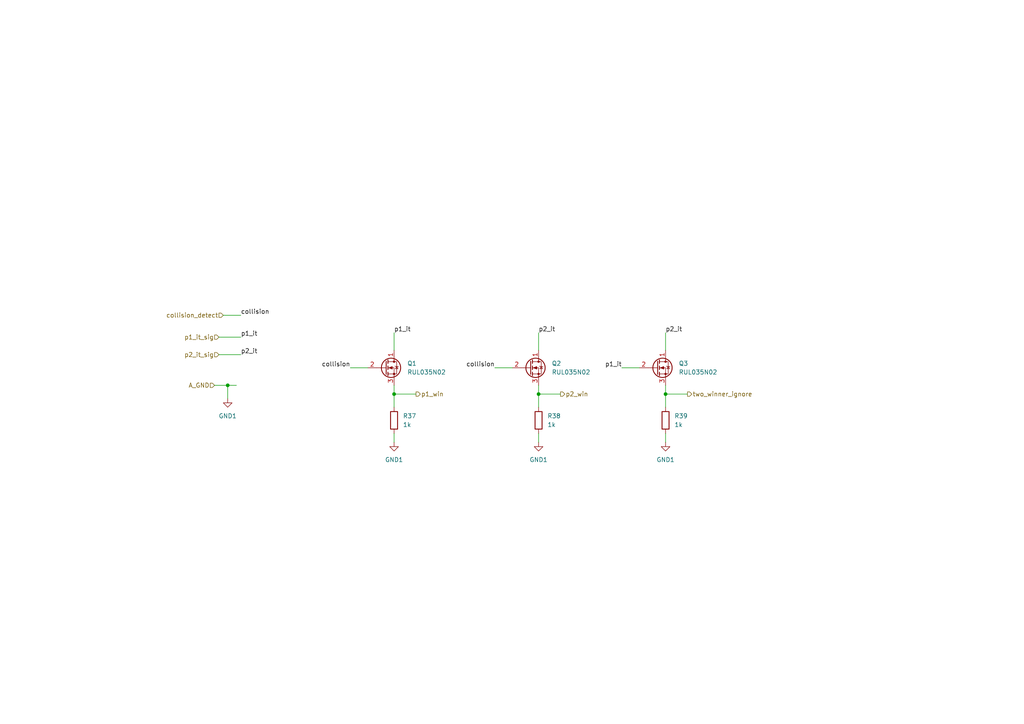
<source format=kicad_sch>
(kicad_sch (version 20230121) (generator eeschema)
  (paper "A4")
  (lib_symbols
    (symbol "Device:Q_NMOS_DGS" (pin_names (offset 0) hide)
      (property "Reference" "Q" (at 5.08 1.27 0))
      (property "Value" "Q_NMOS_DGS" (at 5.08 -1.27 0))
      (symbol "Q_NMOS_DGS_0_1"
        (polyline (pts (xy 0.254 0) (xy -2.54 0)))
        (polyline (pts (xy 0.254 1.905) (xy 0.254 -1.905)) (stroke (width 0.254)))
        (polyline (pts (xy 0.762 -1.27) (xy 0.762 -2.286)) (stroke (width 0.254)))
        (polyline (pts (xy 0.762 0.508) (xy 0.762 -0.508)) (stroke (width 0.254)))
        (polyline (pts (xy 0.762 2.286) (xy 0.762 1.27)) (stroke (width 0.254)))
        (polyline (pts (xy 2.54 2.54) (xy 2.54 1.778)))
        (polyline (pts (xy 2.54 -2.54) (xy 2.54 0) (xy 0.762 0)))
        (polyline (pts (xy 0.762 -1.778) (xy 3.302 -1.778) (xy 3.302 1.778) (xy 0.762 1.778)))
        (polyline (pts (xy 1.016 0) (xy 2.032 0.381) (xy 2.032 -0.381) (xy 1.016 0)) (fill (type outline)))
        (polyline (pts (xy 2.794 0.508) (xy 2.921 0.381) (xy 3.683 0.381) (xy 3.81 0.254)))
        (polyline (pts (xy 3.302 0.381) (xy 2.921 -0.254) (xy 3.683 -0.254) (xy 3.302 0.381)))
        (circle (center 1.651 0) (radius 2.794) (stroke (width 0.254)))
        (circle (center 2.54 -1.778) (radius 0.254) (fill (type outline)))
        (circle (center 2.54 1.778) (radius 0.254) (fill (type outline)))
      )
      (symbol "Q_NMOS_DGS_1_1"
        (pin passive line (at 2.54 5.08 270) (length 2.54) (name "D") (number "1"))
        (pin input line (at -5.08 0 0) (length 2.54) (name "G") (number "2"))
        (pin passive line (at 2.54 -5.08 90) (length 2.54) (name "S") (number "3"))
      )
    )
    (symbol "Device:R" (pin_numbers hide) (pin_names (offset 0))
      (property "Reference" "R" (at 2.032 0 90))
      (property "Value" "R" (at 0 0 90))
      (symbol "R_0_1"
        (rectangle (start -1.016 -2.54) (end 1.016 2.54) (stroke (width 0.254)))
      )
      (symbol "R_1_1"
        (pin passive line (at 0 3.81 270) (length 1.27) (name "~") (number "1"))
        (pin passive line (at 0 -3.81 90) (length 1.27) (name "~") (number "2"))
      )
    )
    (symbol "power:GND1" (power) (pin_names (offset 0))
      (property "Value" "GND1" (at 0 -3.81 0))
      (symbol "GND1_0_1"
        (polyline (pts (xy 0 0) (xy 0 -1.27) (xy 1.27 -1.27) (xy 0 -2.54) (xy -1.27 -1.27) (xy 0 -1.27)))
      )
      (symbol "GND1_1_1"
        (pin power_in line (at 0 0 270) (length 0) hide (name "GND1") (number "1"))
      )
    )
  )
  (junction (at 156.21 114.3))
  (junction (at 66.04 111.76))
  (junction (at 193.04 114.3))
  (junction (at 114.3 114.3))
  (wire (pts (xy 66.04 111.76) (xy 68.58 111.76)))
  (wire (pts (xy 62.23 111.76) (xy 66.04 111.76)))
  (wire (pts (xy 114.3 114.3) (xy 114.3 118.11)))
  (wire (pts (xy 156.21 125.73) (xy 156.21 128.27)))
  (wire (pts (xy 114.3 125.73) (xy 114.3 128.27)))
  (wire (pts (xy 193.04 125.73) (xy 193.04 128.27)))
  (wire (pts (xy 180.34 106.68) (xy 185.42 106.68)))
  (wire (pts (xy 114.3 111.76) (xy 114.3 114.3)))
  (wire (pts (xy 66.04 111.76) (xy 66.04 115.57)))
  (wire (pts (xy 143.51 106.68) (xy 148.59 106.68)))
  (wire (pts (xy 193.04 111.76) (xy 193.04 114.3)))
  (wire (pts (xy 101.6 106.68) (xy 106.68 106.68)))
  (wire (pts (xy 156.21 114.3) (xy 156.21 118.11)))
  (wire (pts (xy 156.21 111.76) (xy 156.21 114.3)))
  (wire (pts (xy 114.3 96.52) (xy 114.3 101.6)))
  (wire (pts (xy 193.04 114.3) (xy 193.04 118.11)))
  (wire (pts (xy 64.77 91.44) (xy 69.85 91.44)))
  (wire (pts (xy 156.21 114.3) (xy 162.56 114.3)))
  (wire (pts (xy 199.39 114.3) (xy 193.04 114.3)))
  (wire (pts (xy 193.04 96.52) (xy 193.04 101.6)))
  (wire (pts (xy 156.21 96.52) (xy 156.21 101.6)))
  (wire (pts (xy 114.3 114.3) (xy 120.65 114.3)))
  (wire (pts (xy 63.5 102.87) (xy 69.85 102.87)))
  (wire (pts (xy 63.5 97.79) (xy 69.85 97.79)))
  (label "collision" (at 143.51 106.68 180))
  (label "collision" (at 101.6 106.68 180))
  (label "p1_it" (at 114.3 96.52 0))
  (label "p1_it" (at 180.34 106.68 180))
  (label "p2_it" (at 156.21 96.52 0))
  (label "p2_it" (at 193.04 96.52 0))
  (label "p1_it" (at 69.85 97.79 0))
  (label "p2_it" (at 69.85 102.87 0))
  (label "collision" (at 69.85 91.44 0))
  (hierarchical_label "p2_it_sig" (shape input) (at 63.5 102.87 180))
  (hierarchical_label "A_GND" (shape input) (at 62.23 111.76 180))
  (hierarchical_label "two_winner_ignore" (shape output) (at 199.39 114.3 0))
  (hierarchical_label "p2_win" (shape output) (at 162.56 114.3 0))
  (hierarchical_label "p1_win" (shape output) (at 120.65 114.3 0))
  (hierarchical_label "p1_it_sig" (shape input) (at 63.5 97.79 180))
  (hierarchical_label "collision_detect" (shape input) (at 64.77 91.44 180))
  (symbol (lib_id "Device:R") (at 114.3 121.92 0) (unit 1)
    (property "Reference" "R37" (at 116.84 120.6499 0) (effects (justify left)))
    (property "Value" "1k" (at 116.84 123.1899 0) (effects (justify left)))
    (property "Footprint" "Resistor_SMD:R_0603_1608Metric" (effects hide))
  )
  (symbol (lib_id "power:GND1") (at 114.3 128.27 0) (unit 1)
    (property "Reference" "#PWR063" (effects hide))
    (property "Value" "GND1" (at 114.3 133.35 0))
  )
  (symbol (lib_id "Device:R") (at 156.21 121.92 0) (unit 1)
    (property "Reference" "R38" (at 158.75 120.6499 0) (effects (justify left)))
    (property "Value" "1k" (at 158.75 123.1899 0) (effects (justify left)))
    (property "Footprint" "Resistor_SMD:R_0603_1608Metric" (effects hide))
  )
  (symbol (lib_id "power:GND1") (at 66.04 115.57 0) (unit 1)
    (property "Reference" "#PWR062" (effects hide))
    (property "Value" "GND1" (at 66.04 120.65 0))
  )
  (symbol (lib_id "Device:Q_NMOS_DGS") (at 111.76 106.68 0) (unit 1)
    (property "Reference" "Q1" (at 118.11 105.4099 0) (effects (justify left)))
    (property "Value" "RUL035N02" (at 118.11 107.9499 0) (effects (justify left)))
    (property "Footprint" "Package_TO_SOT_SMD:SOT-89-5" (effects hide))
    (property "Sim.Library" "${SPICE_MODEL_DIR_REL}/rul035n02.lib" (effects hide))
    (property "Sim.Name" "RUL035N02" (effects hide))
    (property "Sim.Pins" "1=1 2=2 3=3" (effects hide))
  )
  (symbol (lib_id "Device:R") (at 193.04 121.92 0) (unit 1)
    (property "Reference" "R39" (at 195.58 120.6499 0) (effects (justify left)))
    (property "Value" "1k" (at 195.58 123.1899 0) (effects (justify left)))
    (property "Footprint" "Resistor_SMD:R_0603_1608Metric" (effects hide))
  )
  (symbol (lib_id "power:GND1") (at 193.04 128.27 0) (unit 1)
    (property "Reference" "#PWR065" (effects hide))
    (property "Value" "GND1" (at 193.04 133.35 0))
  )
  (symbol (lib_id "Device:Q_NMOS_DGS") (at 190.5 106.68 0) (unit 1)
    (property "Reference" "Q3" (at 196.85 105.4099 0) (effects (justify left)))
    (property "Value" "RUL035N02" (at 196.85 107.9499 0) (effects (justify left)))
    (property "Footprint" "Package_TO_SOT_SMD:SOT-89-5" (effects hide))
    (property "Sim.Library" "${SPICE_MODEL_DIR_REL}/rul035n02.lib" (effects hide))
    (property "Sim.Name" "RUL035N02" (effects hide))
    (property "Sim.Pins" "1=1 2=2 3=3" (effects hide))
  )
  (symbol (lib_id "Device:Q_NMOS_DGS") (at 153.67 106.68 0) (unit 1)
    (property "Reference" "Q2" (at 160.02 105.4099 0) (effects (justify left)))
    (property "Value" "RUL035N02" (at 160.02 107.9499 0) (effects (justify left)))
    (property "Footprint" "Package_TO_SOT_SMD:SOT-89-5" (effects hide))
    (property "Sim.Library" "${SPICE_MODEL_DIR_REL}/rul035n02.lib" (effects hide))
    (property "Sim.Name" "RUL035N02" (effects hide))
    (property "Sim.Pins" "1=1 2=2 3=3" (effects hide))
  )
  (symbol (lib_id "power:GND1") (at 156.21 128.27 0) (unit 1)
    (property "Reference" "#PWR064" (effects hide))
    (property "Value" "GND1" (at 156.21 133.35 0))
  )
)
</source>
